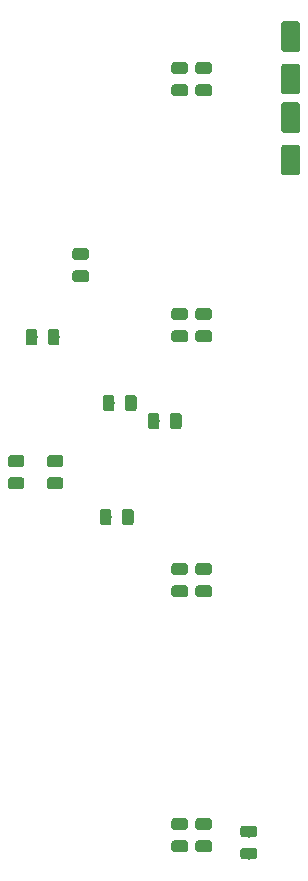
<source format=gbr>
G04 #@! TF.GenerationSoftware,KiCad,Pcbnew,(5.1.4-0-10_14)*
G04 #@! TF.CreationDate,2019-10-08T20:54:05-07:00*
G04 #@! TF.ProjectId,ADSR_Main_IO,41445352-5f4d-4616-996e-5f494f2e6b69,rev?*
G04 #@! TF.SameCoordinates,Original*
G04 #@! TF.FileFunction,Paste,Bot*
G04 #@! TF.FilePolarity,Positive*
%FSLAX46Y46*%
G04 Gerber Fmt 4.6, Leading zero omitted, Abs format (unit mm)*
G04 Created by KiCad (PCBNEW (5.1.4-0-10_14)) date 2019-10-08 20:54:05*
%MOMM*%
%LPD*%
G04 APERTURE LIST*
%ADD10C,0.100000*%
%ADD11C,0.975000*%
%ADD12C,1.600000*%
G04 APERTURE END LIST*
D10*
G36*
X82014142Y-71063174D02*
G01*
X82037803Y-71066684D01*
X82061007Y-71072496D01*
X82083529Y-71080554D01*
X82105153Y-71090782D01*
X82125670Y-71103079D01*
X82144883Y-71117329D01*
X82162607Y-71133393D01*
X82178671Y-71151117D01*
X82192921Y-71170330D01*
X82205218Y-71190847D01*
X82215446Y-71212471D01*
X82223504Y-71234993D01*
X82229316Y-71258197D01*
X82232826Y-71281858D01*
X82234000Y-71305750D01*
X82234000Y-71793250D01*
X82232826Y-71817142D01*
X82229316Y-71840803D01*
X82223504Y-71864007D01*
X82215446Y-71886529D01*
X82205218Y-71908153D01*
X82192921Y-71928670D01*
X82178671Y-71947883D01*
X82162607Y-71965607D01*
X82144883Y-71981671D01*
X82125670Y-71995921D01*
X82105153Y-72008218D01*
X82083529Y-72018446D01*
X82061007Y-72026504D01*
X82037803Y-72032316D01*
X82014142Y-72035826D01*
X81990250Y-72037000D01*
X81077750Y-72037000D01*
X81053858Y-72035826D01*
X81030197Y-72032316D01*
X81006993Y-72026504D01*
X80984471Y-72018446D01*
X80962847Y-72008218D01*
X80942330Y-71995921D01*
X80923117Y-71981671D01*
X80905393Y-71965607D01*
X80889329Y-71947883D01*
X80875079Y-71928670D01*
X80862782Y-71908153D01*
X80852554Y-71886529D01*
X80844496Y-71864007D01*
X80838684Y-71840803D01*
X80835174Y-71817142D01*
X80834000Y-71793250D01*
X80834000Y-71305750D01*
X80835174Y-71281858D01*
X80838684Y-71258197D01*
X80844496Y-71234993D01*
X80852554Y-71212471D01*
X80862782Y-71190847D01*
X80875079Y-71170330D01*
X80889329Y-71151117D01*
X80905393Y-71133393D01*
X80923117Y-71117329D01*
X80942330Y-71103079D01*
X80962847Y-71090782D01*
X80984471Y-71080554D01*
X81006993Y-71072496D01*
X81030197Y-71066684D01*
X81053858Y-71063174D01*
X81077750Y-71062000D01*
X81990250Y-71062000D01*
X82014142Y-71063174D01*
X82014142Y-71063174D01*
G37*
D11*
X81534000Y-71549500D03*
D10*
G36*
X82014142Y-69188174D02*
G01*
X82037803Y-69191684D01*
X82061007Y-69197496D01*
X82083529Y-69205554D01*
X82105153Y-69215782D01*
X82125670Y-69228079D01*
X82144883Y-69242329D01*
X82162607Y-69258393D01*
X82178671Y-69276117D01*
X82192921Y-69295330D01*
X82205218Y-69315847D01*
X82215446Y-69337471D01*
X82223504Y-69359993D01*
X82229316Y-69383197D01*
X82232826Y-69406858D01*
X82234000Y-69430750D01*
X82234000Y-69918250D01*
X82232826Y-69942142D01*
X82229316Y-69965803D01*
X82223504Y-69989007D01*
X82215446Y-70011529D01*
X82205218Y-70033153D01*
X82192921Y-70053670D01*
X82178671Y-70072883D01*
X82162607Y-70090607D01*
X82144883Y-70106671D01*
X82125670Y-70120921D01*
X82105153Y-70133218D01*
X82083529Y-70143446D01*
X82061007Y-70151504D01*
X82037803Y-70157316D01*
X82014142Y-70160826D01*
X81990250Y-70162000D01*
X81077750Y-70162000D01*
X81053858Y-70160826D01*
X81030197Y-70157316D01*
X81006993Y-70151504D01*
X80984471Y-70143446D01*
X80962847Y-70133218D01*
X80942330Y-70120921D01*
X80923117Y-70106671D01*
X80905393Y-70090607D01*
X80889329Y-70072883D01*
X80875079Y-70053670D01*
X80862782Y-70033153D01*
X80852554Y-70011529D01*
X80844496Y-69989007D01*
X80838684Y-69965803D01*
X80835174Y-69942142D01*
X80834000Y-69918250D01*
X80834000Y-69430750D01*
X80835174Y-69406858D01*
X80838684Y-69383197D01*
X80844496Y-69359993D01*
X80852554Y-69337471D01*
X80862782Y-69315847D01*
X80875079Y-69295330D01*
X80889329Y-69276117D01*
X80905393Y-69258393D01*
X80923117Y-69242329D01*
X80942330Y-69228079D01*
X80962847Y-69215782D01*
X80984471Y-69205554D01*
X81006993Y-69197496D01*
X81030197Y-69191684D01*
X81053858Y-69188174D01*
X81077750Y-69187000D01*
X81990250Y-69187000D01*
X82014142Y-69188174D01*
X82014142Y-69188174D01*
G37*
D11*
X81534000Y-69674500D03*
D10*
G36*
X84046142Y-69188174D02*
G01*
X84069803Y-69191684D01*
X84093007Y-69197496D01*
X84115529Y-69205554D01*
X84137153Y-69215782D01*
X84157670Y-69228079D01*
X84176883Y-69242329D01*
X84194607Y-69258393D01*
X84210671Y-69276117D01*
X84224921Y-69295330D01*
X84237218Y-69315847D01*
X84247446Y-69337471D01*
X84255504Y-69359993D01*
X84261316Y-69383197D01*
X84264826Y-69406858D01*
X84266000Y-69430750D01*
X84266000Y-69918250D01*
X84264826Y-69942142D01*
X84261316Y-69965803D01*
X84255504Y-69989007D01*
X84247446Y-70011529D01*
X84237218Y-70033153D01*
X84224921Y-70053670D01*
X84210671Y-70072883D01*
X84194607Y-70090607D01*
X84176883Y-70106671D01*
X84157670Y-70120921D01*
X84137153Y-70133218D01*
X84115529Y-70143446D01*
X84093007Y-70151504D01*
X84069803Y-70157316D01*
X84046142Y-70160826D01*
X84022250Y-70162000D01*
X83109750Y-70162000D01*
X83085858Y-70160826D01*
X83062197Y-70157316D01*
X83038993Y-70151504D01*
X83016471Y-70143446D01*
X82994847Y-70133218D01*
X82974330Y-70120921D01*
X82955117Y-70106671D01*
X82937393Y-70090607D01*
X82921329Y-70072883D01*
X82907079Y-70053670D01*
X82894782Y-70033153D01*
X82884554Y-70011529D01*
X82876496Y-69989007D01*
X82870684Y-69965803D01*
X82867174Y-69942142D01*
X82866000Y-69918250D01*
X82866000Y-69430750D01*
X82867174Y-69406858D01*
X82870684Y-69383197D01*
X82876496Y-69359993D01*
X82884554Y-69337471D01*
X82894782Y-69315847D01*
X82907079Y-69295330D01*
X82921329Y-69276117D01*
X82937393Y-69258393D01*
X82955117Y-69242329D01*
X82974330Y-69228079D01*
X82994847Y-69215782D01*
X83016471Y-69205554D01*
X83038993Y-69197496D01*
X83062197Y-69191684D01*
X83085858Y-69188174D01*
X83109750Y-69187000D01*
X84022250Y-69187000D01*
X84046142Y-69188174D01*
X84046142Y-69188174D01*
G37*
D11*
X83566000Y-69674500D03*
D10*
G36*
X84046142Y-71063174D02*
G01*
X84069803Y-71066684D01*
X84093007Y-71072496D01*
X84115529Y-71080554D01*
X84137153Y-71090782D01*
X84157670Y-71103079D01*
X84176883Y-71117329D01*
X84194607Y-71133393D01*
X84210671Y-71151117D01*
X84224921Y-71170330D01*
X84237218Y-71190847D01*
X84247446Y-71212471D01*
X84255504Y-71234993D01*
X84261316Y-71258197D01*
X84264826Y-71281858D01*
X84266000Y-71305750D01*
X84266000Y-71793250D01*
X84264826Y-71817142D01*
X84261316Y-71840803D01*
X84255504Y-71864007D01*
X84247446Y-71886529D01*
X84237218Y-71908153D01*
X84224921Y-71928670D01*
X84210671Y-71947883D01*
X84194607Y-71965607D01*
X84176883Y-71981671D01*
X84157670Y-71995921D01*
X84137153Y-72008218D01*
X84115529Y-72018446D01*
X84093007Y-72026504D01*
X84069803Y-72032316D01*
X84046142Y-72035826D01*
X84022250Y-72037000D01*
X83109750Y-72037000D01*
X83085858Y-72035826D01*
X83062197Y-72032316D01*
X83038993Y-72026504D01*
X83016471Y-72018446D01*
X82994847Y-72008218D01*
X82974330Y-71995921D01*
X82955117Y-71981671D01*
X82937393Y-71965607D01*
X82921329Y-71947883D01*
X82907079Y-71928670D01*
X82894782Y-71908153D01*
X82884554Y-71886529D01*
X82876496Y-71864007D01*
X82870684Y-71840803D01*
X82867174Y-71817142D01*
X82866000Y-71793250D01*
X82866000Y-71305750D01*
X82867174Y-71281858D01*
X82870684Y-71258197D01*
X82876496Y-71234993D01*
X82884554Y-71212471D01*
X82894782Y-71190847D01*
X82907079Y-71170330D01*
X82921329Y-71151117D01*
X82937393Y-71133393D01*
X82955117Y-71117329D01*
X82974330Y-71103079D01*
X82994847Y-71090782D01*
X83016471Y-71080554D01*
X83038993Y-71072496D01*
X83062197Y-71066684D01*
X83085858Y-71063174D01*
X83109750Y-71062000D01*
X84022250Y-71062000D01*
X84046142Y-71063174D01*
X84046142Y-71063174D01*
G37*
D11*
X83566000Y-71549500D03*
D10*
G36*
X82014142Y-91891174D02*
G01*
X82037803Y-91894684D01*
X82061007Y-91900496D01*
X82083529Y-91908554D01*
X82105153Y-91918782D01*
X82125670Y-91931079D01*
X82144883Y-91945329D01*
X82162607Y-91961393D01*
X82178671Y-91979117D01*
X82192921Y-91998330D01*
X82205218Y-92018847D01*
X82215446Y-92040471D01*
X82223504Y-92062993D01*
X82229316Y-92086197D01*
X82232826Y-92109858D01*
X82234000Y-92133750D01*
X82234000Y-92621250D01*
X82232826Y-92645142D01*
X82229316Y-92668803D01*
X82223504Y-92692007D01*
X82215446Y-92714529D01*
X82205218Y-92736153D01*
X82192921Y-92756670D01*
X82178671Y-92775883D01*
X82162607Y-92793607D01*
X82144883Y-92809671D01*
X82125670Y-92823921D01*
X82105153Y-92836218D01*
X82083529Y-92846446D01*
X82061007Y-92854504D01*
X82037803Y-92860316D01*
X82014142Y-92863826D01*
X81990250Y-92865000D01*
X81077750Y-92865000D01*
X81053858Y-92863826D01*
X81030197Y-92860316D01*
X81006993Y-92854504D01*
X80984471Y-92846446D01*
X80962847Y-92836218D01*
X80942330Y-92823921D01*
X80923117Y-92809671D01*
X80905393Y-92793607D01*
X80889329Y-92775883D01*
X80875079Y-92756670D01*
X80862782Y-92736153D01*
X80852554Y-92714529D01*
X80844496Y-92692007D01*
X80838684Y-92668803D01*
X80835174Y-92645142D01*
X80834000Y-92621250D01*
X80834000Y-92133750D01*
X80835174Y-92109858D01*
X80838684Y-92086197D01*
X80844496Y-92062993D01*
X80852554Y-92040471D01*
X80862782Y-92018847D01*
X80875079Y-91998330D01*
X80889329Y-91979117D01*
X80905393Y-91961393D01*
X80923117Y-91945329D01*
X80942330Y-91931079D01*
X80962847Y-91918782D01*
X80984471Y-91908554D01*
X81006993Y-91900496D01*
X81030197Y-91894684D01*
X81053858Y-91891174D01*
X81077750Y-91890000D01*
X81990250Y-91890000D01*
X82014142Y-91891174D01*
X82014142Y-91891174D01*
G37*
D11*
X81534000Y-92377500D03*
D10*
G36*
X82014142Y-90016174D02*
G01*
X82037803Y-90019684D01*
X82061007Y-90025496D01*
X82083529Y-90033554D01*
X82105153Y-90043782D01*
X82125670Y-90056079D01*
X82144883Y-90070329D01*
X82162607Y-90086393D01*
X82178671Y-90104117D01*
X82192921Y-90123330D01*
X82205218Y-90143847D01*
X82215446Y-90165471D01*
X82223504Y-90187993D01*
X82229316Y-90211197D01*
X82232826Y-90234858D01*
X82234000Y-90258750D01*
X82234000Y-90746250D01*
X82232826Y-90770142D01*
X82229316Y-90793803D01*
X82223504Y-90817007D01*
X82215446Y-90839529D01*
X82205218Y-90861153D01*
X82192921Y-90881670D01*
X82178671Y-90900883D01*
X82162607Y-90918607D01*
X82144883Y-90934671D01*
X82125670Y-90948921D01*
X82105153Y-90961218D01*
X82083529Y-90971446D01*
X82061007Y-90979504D01*
X82037803Y-90985316D01*
X82014142Y-90988826D01*
X81990250Y-90990000D01*
X81077750Y-90990000D01*
X81053858Y-90988826D01*
X81030197Y-90985316D01*
X81006993Y-90979504D01*
X80984471Y-90971446D01*
X80962847Y-90961218D01*
X80942330Y-90948921D01*
X80923117Y-90934671D01*
X80905393Y-90918607D01*
X80889329Y-90900883D01*
X80875079Y-90881670D01*
X80862782Y-90861153D01*
X80852554Y-90839529D01*
X80844496Y-90817007D01*
X80838684Y-90793803D01*
X80835174Y-90770142D01*
X80834000Y-90746250D01*
X80834000Y-90258750D01*
X80835174Y-90234858D01*
X80838684Y-90211197D01*
X80844496Y-90187993D01*
X80852554Y-90165471D01*
X80862782Y-90143847D01*
X80875079Y-90123330D01*
X80889329Y-90104117D01*
X80905393Y-90086393D01*
X80923117Y-90070329D01*
X80942330Y-90056079D01*
X80962847Y-90043782D01*
X80984471Y-90033554D01*
X81006993Y-90025496D01*
X81030197Y-90019684D01*
X81053858Y-90016174D01*
X81077750Y-90015000D01*
X81990250Y-90015000D01*
X82014142Y-90016174D01*
X82014142Y-90016174D01*
G37*
D11*
X81534000Y-90502500D03*
D10*
G36*
X84046142Y-90016174D02*
G01*
X84069803Y-90019684D01*
X84093007Y-90025496D01*
X84115529Y-90033554D01*
X84137153Y-90043782D01*
X84157670Y-90056079D01*
X84176883Y-90070329D01*
X84194607Y-90086393D01*
X84210671Y-90104117D01*
X84224921Y-90123330D01*
X84237218Y-90143847D01*
X84247446Y-90165471D01*
X84255504Y-90187993D01*
X84261316Y-90211197D01*
X84264826Y-90234858D01*
X84266000Y-90258750D01*
X84266000Y-90746250D01*
X84264826Y-90770142D01*
X84261316Y-90793803D01*
X84255504Y-90817007D01*
X84247446Y-90839529D01*
X84237218Y-90861153D01*
X84224921Y-90881670D01*
X84210671Y-90900883D01*
X84194607Y-90918607D01*
X84176883Y-90934671D01*
X84157670Y-90948921D01*
X84137153Y-90961218D01*
X84115529Y-90971446D01*
X84093007Y-90979504D01*
X84069803Y-90985316D01*
X84046142Y-90988826D01*
X84022250Y-90990000D01*
X83109750Y-90990000D01*
X83085858Y-90988826D01*
X83062197Y-90985316D01*
X83038993Y-90979504D01*
X83016471Y-90971446D01*
X82994847Y-90961218D01*
X82974330Y-90948921D01*
X82955117Y-90934671D01*
X82937393Y-90918607D01*
X82921329Y-90900883D01*
X82907079Y-90881670D01*
X82894782Y-90861153D01*
X82884554Y-90839529D01*
X82876496Y-90817007D01*
X82870684Y-90793803D01*
X82867174Y-90770142D01*
X82866000Y-90746250D01*
X82866000Y-90258750D01*
X82867174Y-90234858D01*
X82870684Y-90211197D01*
X82876496Y-90187993D01*
X82884554Y-90165471D01*
X82894782Y-90143847D01*
X82907079Y-90123330D01*
X82921329Y-90104117D01*
X82937393Y-90086393D01*
X82955117Y-90070329D01*
X82974330Y-90056079D01*
X82994847Y-90043782D01*
X83016471Y-90033554D01*
X83038993Y-90025496D01*
X83062197Y-90019684D01*
X83085858Y-90016174D01*
X83109750Y-90015000D01*
X84022250Y-90015000D01*
X84046142Y-90016174D01*
X84046142Y-90016174D01*
G37*
D11*
X83566000Y-90502500D03*
D10*
G36*
X84046142Y-91891174D02*
G01*
X84069803Y-91894684D01*
X84093007Y-91900496D01*
X84115529Y-91908554D01*
X84137153Y-91918782D01*
X84157670Y-91931079D01*
X84176883Y-91945329D01*
X84194607Y-91961393D01*
X84210671Y-91979117D01*
X84224921Y-91998330D01*
X84237218Y-92018847D01*
X84247446Y-92040471D01*
X84255504Y-92062993D01*
X84261316Y-92086197D01*
X84264826Y-92109858D01*
X84266000Y-92133750D01*
X84266000Y-92621250D01*
X84264826Y-92645142D01*
X84261316Y-92668803D01*
X84255504Y-92692007D01*
X84247446Y-92714529D01*
X84237218Y-92736153D01*
X84224921Y-92756670D01*
X84210671Y-92775883D01*
X84194607Y-92793607D01*
X84176883Y-92809671D01*
X84157670Y-92823921D01*
X84137153Y-92836218D01*
X84115529Y-92846446D01*
X84093007Y-92854504D01*
X84069803Y-92860316D01*
X84046142Y-92863826D01*
X84022250Y-92865000D01*
X83109750Y-92865000D01*
X83085858Y-92863826D01*
X83062197Y-92860316D01*
X83038993Y-92854504D01*
X83016471Y-92846446D01*
X82994847Y-92836218D01*
X82974330Y-92823921D01*
X82955117Y-92809671D01*
X82937393Y-92793607D01*
X82921329Y-92775883D01*
X82907079Y-92756670D01*
X82894782Y-92736153D01*
X82884554Y-92714529D01*
X82876496Y-92692007D01*
X82870684Y-92668803D01*
X82867174Y-92645142D01*
X82866000Y-92621250D01*
X82866000Y-92133750D01*
X82867174Y-92109858D01*
X82870684Y-92086197D01*
X82876496Y-92062993D01*
X82884554Y-92040471D01*
X82894782Y-92018847D01*
X82907079Y-91998330D01*
X82921329Y-91979117D01*
X82937393Y-91961393D01*
X82955117Y-91945329D01*
X82974330Y-91931079D01*
X82994847Y-91918782D01*
X83016471Y-91908554D01*
X83038993Y-91900496D01*
X83062197Y-91894684D01*
X83085858Y-91891174D01*
X83109750Y-91890000D01*
X84022250Y-91890000D01*
X84046142Y-91891174D01*
X84046142Y-91891174D01*
G37*
D11*
X83566000Y-92377500D03*
D10*
G36*
X82014142Y-113481174D02*
G01*
X82037803Y-113484684D01*
X82061007Y-113490496D01*
X82083529Y-113498554D01*
X82105153Y-113508782D01*
X82125670Y-113521079D01*
X82144883Y-113535329D01*
X82162607Y-113551393D01*
X82178671Y-113569117D01*
X82192921Y-113588330D01*
X82205218Y-113608847D01*
X82215446Y-113630471D01*
X82223504Y-113652993D01*
X82229316Y-113676197D01*
X82232826Y-113699858D01*
X82234000Y-113723750D01*
X82234000Y-114211250D01*
X82232826Y-114235142D01*
X82229316Y-114258803D01*
X82223504Y-114282007D01*
X82215446Y-114304529D01*
X82205218Y-114326153D01*
X82192921Y-114346670D01*
X82178671Y-114365883D01*
X82162607Y-114383607D01*
X82144883Y-114399671D01*
X82125670Y-114413921D01*
X82105153Y-114426218D01*
X82083529Y-114436446D01*
X82061007Y-114444504D01*
X82037803Y-114450316D01*
X82014142Y-114453826D01*
X81990250Y-114455000D01*
X81077750Y-114455000D01*
X81053858Y-114453826D01*
X81030197Y-114450316D01*
X81006993Y-114444504D01*
X80984471Y-114436446D01*
X80962847Y-114426218D01*
X80942330Y-114413921D01*
X80923117Y-114399671D01*
X80905393Y-114383607D01*
X80889329Y-114365883D01*
X80875079Y-114346670D01*
X80862782Y-114326153D01*
X80852554Y-114304529D01*
X80844496Y-114282007D01*
X80838684Y-114258803D01*
X80835174Y-114235142D01*
X80834000Y-114211250D01*
X80834000Y-113723750D01*
X80835174Y-113699858D01*
X80838684Y-113676197D01*
X80844496Y-113652993D01*
X80852554Y-113630471D01*
X80862782Y-113608847D01*
X80875079Y-113588330D01*
X80889329Y-113569117D01*
X80905393Y-113551393D01*
X80923117Y-113535329D01*
X80942330Y-113521079D01*
X80962847Y-113508782D01*
X80984471Y-113498554D01*
X81006993Y-113490496D01*
X81030197Y-113484684D01*
X81053858Y-113481174D01*
X81077750Y-113480000D01*
X81990250Y-113480000D01*
X82014142Y-113481174D01*
X82014142Y-113481174D01*
G37*
D11*
X81534000Y-113967500D03*
D10*
G36*
X82014142Y-111606174D02*
G01*
X82037803Y-111609684D01*
X82061007Y-111615496D01*
X82083529Y-111623554D01*
X82105153Y-111633782D01*
X82125670Y-111646079D01*
X82144883Y-111660329D01*
X82162607Y-111676393D01*
X82178671Y-111694117D01*
X82192921Y-111713330D01*
X82205218Y-111733847D01*
X82215446Y-111755471D01*
X82223504Y-111777993D01*
X82229316Y-111801197D01*
X82232826Y-111824858D01*
X82234000Y-111848750D01*
X82234000Y-112336250D01*
X82232826Y-112360142D01*
X82229316Y-112383803D01*
X82223504Y-112407007D01*
X82215446Y-112429529D01*
X82205218Y-112451153D01*
X82192921Y-112471670D01*
X82178671Y-112490883D01*
X82162607Y-112508607D01*
X82144883Y-112524671D01*
X82125670Y-112538921D01*
X82105153Y-112551218D01*
X82083529Y-112561446D01*
X82061007Y-112569504D01*
X82037803Y-112575316D01*
X82014142Y-112578826D01*
X81990250Y-112580000D01*
X81077750Y-112580000D01*
X81053858Y-112578826D01*
X81030197Y-112575316D01*
X81006993Y-112569504D01*
X80984471Y-112561446D01*
X80962847Y-112551218D01*
X80942330Y-112538921D01*
X80923117Y-112524671D01*
X80905393Y-112508607D01*
X80889329Y-112490883D01*
X80875079Y-112471670D01*
X80862782Y-112451153D01*
X80852554Y-112429529D01*
X80844496Y-112407007D01*
X80838684Y-112383803D01*
X80835174Y-112360142D01*
X80834000Y-112336250D01*
X80834000Y-111848750D01*
X80835174Y-111824858D01*
X80838684Y-111801197D01*
X80844496Y-111777993D01*
X80852554Y-111755471D01*
X80862782Y-111733847D01*
X80875079Y-111713330D01*
X80889329Y-111694117D01*
X80905393Y-111676393D01*
X80923117Y-111660329D01*
X80942330Y-111646079D01*
X80962847Y-111633782D01*
X80984471Y-111623554D01*
X81006993Y-111615496D01*
X81030197Y-111609684D01*
X81053858Y-111606174D01*
X81077750Y-111605000D01*
X81990250Y-111605000D01*
X82014142Y-111606174D01*
X82014142Y-111606174D01*
G37*
D11*
X81534000Y-112092500D03*
D10*
G36*
X84046142Y-111606174D02*
G01*
X84069803Y-111609684D01*
X84093007Y-111615496D01*
X84115529Y-111623554D01*
X84137153Y-111633782D01*
X84157670Y-111646079D01*
X84176883Y-111660329D01*
X84194607Y-111676393D01*
X84210671Y-111694117D01*
X84224921Y-111713330D01*
X84237218Y-111733847D01*
X84247446Y-111755471D01*
X84255504Y-111777993D01*
X84261316Y-111801197D01*
X84264826Y-111824858D01*
X84266000Y-111848750D01*
X84266000Y-112336250D01*
X84264826Y-112360142D01*
X84261316Y-112383803D01*
X84255504Y-112407007D01*
X84247446Y-112429529D01*
X84237218Y-112451153D01*
X84224921Y-112471670D01*
X84210671Y-112490883D01*
X84194607Y-112508607D01*
X84176883Y-112524671D01*
X84157670Y-112538921D01*
X84137153Y-112551218D01*
X84115529Y-112561446D01*
X84093007Y-112569504D01*
X84069803Y-112575316D01*
X84046142Y-112578826D01*
X84022250Y-112580000D01*
X83109750Y-112580000D01*
X83085858Y-112578826D01*
X83062197Y-112575316D01*
X83038993Y-112569504D01*
X83016471Y-112561446D01*
X82994847Y-112551218D01*
X82974330Y-112538921D01*
X82955117Y-112524671D01*
X82937393Y-112508607D01*
X82921329Y-112490883D01*
X82907079Y-112471670D01*
X82894782Y-112451153D01*
X82884554Y-112429529D01*
X82876496Y-112407007D01*
X82870684Y-112383803D01*
X82867174Y-112360142D01*
X82866000Y-112336250D01*
X82866000Y-111848750D01*
X82867174Y-111824858D01*
X82870684Y-111801197D01*
X82876496Y-111777993D01*
X82884554Y-111755471D01*
X82894782Y-111733847D01*
X82907079Y-111713330D01*
X82921329Y-111694117D01*
X82937393Y-111676393D01*
X82955117Y-111660329D01*
X82974330Y-111646079D01*
X82994847Y-111633782D01*
X83016471Y-111623554D01*
X83038993Y-111615496D01*
X83062197Y-111609684D01*
X83085858Y-111606174D01*
X83109750Y-111605000D01*
X84022250Y-111605000D01*
X84046142Y-111606174D01*
X84046142Y-111606174D01*
G37*
D11*
X83566000Y-112092500D03*
D10*
G36*
X84046142Y-113481174D02*
G01*
X84069803Y-113484684D01*
X84093007Y-113490496D01*
X84115529Y-113498554D01*
X84137153Y-113508782D01*
X84157670Y-113521079D01*
X84176883Y-113535329D01*
X84194607Y-113551393D01*
X84210671Y-113569117D01*
X84224921Y-113588330D01*
X84237218Y-113608847D01*
X84247446Y-113630471D01*
X84255504Y-113652993D01*
X84261316Y-113676197D01*
X84264826Y-113699858D01*
X84266000Y-113723750D01*
X84266000Y-114211250D01*
X84264826Y-114235142D01*
X84261316Y-114258803D01*
X84255504Y-114282007D01*
X84247446Y-114304529D01*
X84237218Y-114326153D01*
X84224921Y-114346670D01*
X84210671Y-114365883D01*
X84194607Y-114383607D01*
X84176883Y-114399671D01*
X84157670Y-114413921D01*
X84137153Y-114426218D01*
X84115529Y-114436446D01*
X84093007Y-114444504D01*
X84069803Y-114450316D01*
X84046142Y-114453826D01*
X84022250Y-114455000D01*
X83109750Y-114455000D01*
X83085858Y-114453826D01*
X83062197Y-114450316D01*
X83038993Y-114444504D01*
X83016471Y-114436446D01*
X82994847Y-114426218D01*
X82974330Y-114413921D01*
X82955117Y-114399671D01*
X82937393Y-114383607D01*
X82921329Y-114365883D01*
X82907079Y-114346670D01*
X82894782Y-114326153D01*
X82884554Y-114304529D01*
X82876496Y-114282007D01*
X82870684Y-114258803D01*
X82867174Y-114235142D01*
X82866000Y-114211250D01*
X82866000Y-113723750D01*
X82867174Y-113699858D01*
X82870684Y-113676197D01*
X82876496Y-113652993D01*
X82884554Y-113630471D01*
X82894782Y-113608847D01*
X82907079Y-113588330D01*
X82921329Y-113569117D01*
X82937393Y-113551393D01*
X82955117Y-113535329D01*
X82974330Y-113521079D01*
X82994847Y-113508782D01*
X83016471Y-113498554D01*
X83038993Y-113490496D01*
X83062197Y-113484684D01*
X83085858Y-113481174D01*
X83109750Y-113480000D01*
X84022250Y-113480000D01*
X84046142Y-113481174D01*
X84046142Y-113481174D01*
G37*
D11*
X83566000Y-113967500D03*
D10*
G36*
X82014142Y-135071174D02*
G01*
X82037803Y-135074684D01*
X82061007Y-135080496D01*
X82083529Y-135088554D01*
X82105153Y-135098782D01*
X82125670Y-135111079D01*
X82144883Y-135125329D01*
X82162607Y-135141393D01*
X82178671Y-135159117D01*
X82192921Y-135178330D01*
X82205218Y-135198847D01*
X82215446Y-135220471D01*
X82223504Y-135242993D01*
X82229316Y-135266197D01*
X82232826Y-135289858D01*
X82234000Y-135313750D01*
X82234000Y-135801250D01*
X82232826Y-135825142D01*
X82229316Y-135848803D01*
X82223504Y-135872007D01*
X82215446Y-135894529D01*
X82205218Y-135916153D01*
X82192921Y-135936670D01*
X82178671Y-135955883D01*
X82162607Y-135973607D01*
X82144883Y-135989671D01*
X82125670Y-136003921D01*
X82105153Y-136016218D01*
X82083529Y-136026446D01*
X82061007Y-136034504D01*
X82037803Y-136040316D01*
X82014142Y-136043826D01*
X81990250Y-136045000D01*
X81077750Y-136045000D01*
X81053858Y-136043826D01*
X81030197Y-136040316D01*
X81006993Y-136034504D01*
X80984471Y-136026446D01*
X80962847Y-136016218D01*
X80942330Y-136003921D01*
X80923117Y-135989671D01*
X80905393Y-135973607D01*
X80889329Y-135955883D01*
X80875079Y-135936670D01*
X80862782Y-135916153D01*
X80852554Y-135894529D01*
X80844496Y-135872007D01*
X80838684Y-135848803D01*
X80835174Y-135825142D01*
X80834000Y-135801250D01*
X80834000Y-135313750D01*
X80835174Y-135289858D01*
X80838684Y-135266197D01*
X80844496Y-135242993D01*
X80852554Y-135220471D01*
X80862782Y-135198847D01*
X80875079Y-135178330D01*
X80889329Y-135159117D01*
X80905393Y-135141393D01*
X80923117Y-135125329D01*
X80942330Y-135111079D01*
X80962847Y-135098782D01*
X80984471Y-135088554D01*
X81006993Y-135080496D01*
X81030197Y-135074684D01*
X81053858Y-135071174D01*
X81077750Y-135070000D01*
X81990250Y-135070000D01*
X82014142Y-135071174D01*
X82014142Y-135071174D01*
G37*
D11*
X81534000Y-135557500D03*
D10*
G36*
X82014142Y-133196174D02*
G01*
X82037803Y-133199684D01*
X82061007Y-133205496D01*
X82083529Y-133213554D01*
X82105153Y-133223782D01*
X82125670Y-133236079D01*
X82144883Y-133250329D01*
X82162607Y-133266393D01*
X82178671Y-133284117D01*
X82192921Y-133303330D01*
X82205218Y-133323847D01*
X82215446Y-133345471D01*
X82223504Y-133367993D01*
X82229316Y-133391197D01*
X82232826Y-133414858D01*
X82234000Y-133438750D01*
X82234000Y-133926250D01*
X82232826Y-133950142D01*
X82229316Y-133973803D01*
X82223504Y-133997007D01*
X82215446Y-134019529D01*
X82205218Y-134041153D01*
X82192921Y-134061670D01*
X82178671Y-134080883D01*
X82162607Y-134098607D01*
X82144883Y-134114671D01*
X82125670Y-134128921D01*
X82105153Y-134141218D01*
X82083529Y-134151446D01*
X82061007Y-134159504D01*
X82037803Y-134165316D01*
X82014142Y-134168826D01*
X81990250Y-134170000D01*
X81077750Y-134170000D01*
X81053858Y-134168826D01*
X81030197Y-134165316D01*
X81006993Y-134159504D01*
X80984471Y-134151446D01*
X80962847Y-134141218D01*
X80942330Y-134128921D01*
X80923117Y-134114671D01*
X80905393Y-134098607D01*
X80889329Y-134080883D01*
X80875079Y-134061670D01*
X80862782Y-134041153D01*
X80852554Y-134019529D01*
X80844496Y-133997007D01*
X80838684Y-133973803D01*
X80835174Y-133950142D01*
X80834000Y-133926250D01*
X80834000Y-133438750D01*
X80835174Y-133414858D01*
X80838684Y-133391197D01*
X80844496Y-133367993D01*
X80852554Y-133345471D01*
X80862782Y-133323847D01*
X80875079Y-133303330D01*
X80889329Y-133284117D01*
X80905393Y-133266393D01*
X80923117Y-133250329D01*
X80942330Y-133236079D01*
X80962847Y-133223782D01*
X80984471Y-133213554D01*
X81006993Y-133205496D01*
X81030197Y-133199684D01*
X81053858Y-133196174D01*
X81077750Y-133195000D01*
X81990250Y-133195000D01*
X82014142Y-133196174D01*
X82014142Y-133196174D01*
G37*
D11*
X81534000Y-133682500D03*
D10*
G36*
X84046142Y-133196174D02*
G01*
X84069803Y-133199684D01*
X84093007Y-133205496D01*
X84115529Y-133213554D01*
X84137153Y-133223782D01*
X84157670Y-133236079D01*
X84176883Y-133250329D01*
X84194607Y-133266393D01*
X84210671Y-133284117D01*
X84224921Y-133303330D01*
X84237218Y-133323847D01*
X84247446Y-133345471D01*
X84255504Y-133367993D01*
X84261316Y-133391197D01*
X84264826Y-133414858D01*
X84266000Y-133438750D01*
X84266000Y-133926250D01*
X84264826Y-133950142D01*
X84261316Y-133973803D01*
X84255504Y-133997007D01*
X84247446Y-134019529D01*
X84237218Y-134041153D01*
X84224921Y-134061670D01*
X84210671Y-134080883D01*
X84194607Y-134098607D01*
X84176883Y-134114671D01*
X84157670Y-134128921D01*
X84137153Y-134141218D01*
X84115529Y-134151446D01*
X84093007Y-134159504D01*
X84069803Y-134165316D01*
X84046142Y-134168826D01*
X84022250Y-134170000D01*
X83109750Y-134170000D01*
X83085858Y-134168826D01*
X83062197Y-134165316D01*
X83038993Y-134159504D01*
X83016471Y-134151446D01*
X82994847Y-134141218D01*
X82974330Y-134128921D01*
X82955117Y-134114671D01*
X82937393Y-134098607D01*
X82921329Y-134080883D01*
X82907079Y-134061670D01*
X82894782Y-134041153D01*
X82884554Y-134019529D01*
X82876496Y-133997007D01*
X82870684Y-133973803D01*
X82867174Y-133950142D01*
X82866000Y-133926250D01*
X82866000Y-133438750D01*
X82867174Y-133414858D01*
X82870684Y-133391197D01*
X82876496Y-133367993D01*
X82884554Y-133345471D01*
X82894782Y-133323847D01*
X82907079Y-133303330D01*
X82921329Y-133284117D01*
X82937393Y-133266393D01*
X82955117Y-133250329D01*
X82974330Y-133236079D01*
X82994847Y-133223782D01*
X83016471Y-133213554D01*
X83038993Y-133205496D01*
X83062197Y-133199684D01*
X83085858Y-133196174D01*
X83109750Y-133195000D01*
X84022250Y-133195000D01*
X84046142Y-133196174D01*
X84046142Y-133196174D01*
G37*
D11*
X83566000Y-133682500D03*
D10*
G36*
X84046142Y-135071174D02*
G01*
X84069803Y-135074684D01*
X84093007Y-135080496D01*
X84115529Y-135088554D01*
X84137153Y-135098782D01*
X84157670Y-135111079D01*
X84176883Y-135125329D01*
X84194607Y-135141393D01*
X84210671Y-135159117D01*
X84224921Y-135178330D01*
X84237218Y-135198847D01*
X84247446Y-135220471D01*
X84255504Y-135242993D01*
X84261316Y-135266197D01*
X84264826Y-135289858D01*
X84266000Y-135313750D01*
X84266000Y-135801250D01*
X84264826Y-135825142D01*
X84261316Y-135848803D01*
X84255504Y-135872007D01*
X84247446Y-135894529D01*
X84237218Y-135916153D01*
X84224921Y-135936670D01*
X84210671Y-135955883D01*
X84194607Y-135973607D01*
X84176883Y-135989671D01*
X84157670Y-136003921D01*
X84137153Y-136016218D01*
X84115529Y-136026446D01*
X84093007Y-136034504D01*
X84069803Y-136040316D01*
X84046142Y-136043826D01*
X84022250Y-136045000D01*
X83109750Y-136045000D01*
X83085858Y-136043826D01*
X83062197Y-136040316D01*
X83038993Y-136034504D01*
X83016471Y-136026446D01*
X82994847Y-136016218D01*
X82974330Y-136003921D01*
X82955117Y-135989671D01*
X82937393Y-135973607D01*
X82921329Y-135955883D01*
X82907079Y-135936670D01*
X82894782Y-135916153D01*
X82884554Y-135894529D01*
X82876496Y-135872007D01*
X82870684Y-135848803D01*
X82867174Y-135825142D01*
X82866000Y-135801250D01*
X82866000Y-135313750D01*
X82867174Y-135289858D01*
X82870684Y-135266197D01*
X82876496Y-135242993D01*
X82884554Y-135220471D01*
X82894782Y-135198847D01*
X82907079Y-135178330D01*
X82921329Y-135159117D01*
X82937393Y-135141393D01*
X82955117Y-135125329D01*
X82974330Y-135111079D01*
X82994847Y-135098782D01*
X83016471Y-135088554D01*
X83038993Y-135080496D01*
X83062197Y-135074684D01*
X83085858Y-135071174D01*
X83109750Y-135070000D01*
X84022250Y-135070000D01*
X84046142Y-135071174D01*
X84046142Y-135071174D01*
G37*
D11*
X83566000Y-135557500D03*
D10*
G36*
X77659142Y-97345174D02*
G01*
X77682803Y-97348684D01*
X77706007Y-97354496D01*
X77728529Y-97362554D01*
X77750153Y-97372782D01*
X77770670Y-97385079D01*
X77789883Y-97399329D01*
X77807607Y-97415393D01*
X77823671Y-97433117D01*
X77837921Y-97452330D01*
X77850218Y-97472847D01*
X77860446Y-97494471D01*
X77868504Y-97516993D01*
X77874316Y-97540197D01*
X77877826Y-97563858D01*
X77879000Y-97587750D01*
X77879000Y-98500250D01*
X77877826Y-98524142D01*
X77874316Y-98547803D01*
X77868504Y-98571007D01*
X77860446Y-98593529D01*
X77850218Y-98615153D01*
X77837921Y-98635670D01*
X77823671Y-98654883D01*
X77807607Y-98672607D01*
X77789883Y-98688671D01*
X77770670Y-98702921D01*
X77750153Y-98715218D01*
X77728529Y-98725446D01*
X77706007Y-98733504D01*
X77682803Y-98739316D01*
X77659142Y-98742826D01*
X77635250Y-98744000D01*
X77147750Y-98744000D01*
X77123858Y-98742826D01*
X77100197Y-98739316D01*
X77076993Y-98733504D01*
X77054471Y-98725446D01*
X77032847Y-98715218D01*
X77012330Y-98702921D01*
X76993117Y-98688671D01*
X76975393Y-98672607D01*
X76959329Y-98654883D01*
X76945079Y-98635670D01*
X76932782Y-98615153D01*
X76922554Y-98593529D01*
X76914496Y-98571007D01*
X76908684Y-98547803D01*
X76905174Y-98524142D01*
X76904000Y-98500250D01*
X76904000Y-97587750D01*
X76905174Y-97563858D01*
X76908684Y-97540197D01*
X76914496Y-97516993D01*
X76922554Y-97494471D01*
X76932782Y-97472847D01*
X76945079Y-97452330D01*
X76959329Y-97433117D01*
X76975393Y-97415393D01*
X76993117Y-97399329D01*
X77012330Y-97385079D01*
X77032847Y-97372782D01*
X77054471Y-97362554D01*
X77076993Y-97354496D01*
X77100197Y-97348684D01*
X77123858Y-97345174D01*
X77147750Y-97344000D01*
X77635250Y-97344000D01*
X77659142Y-97345174D01*
X77659142Y-97345174D01*
G37*
D11*
X77391500Y-98044000D03*
D10*
G36*
X75784142Y-97345174D02*
G01*
X75807803Y-97348684D01*
X75831007Y-97354496D01*
X75853529Y-97362554D01*
X75875153Y-97372782D01*
X75895670Y-97385079D01*
X75914883Y-97399329D01*
X75932607Y-97415393D01*
X75948671Y-97433117D01*
X75962921Y-97452330D01*
X75975218Y-97472847D01*
X75985446Y-97494471D01*
X75993504Y-97516993D01*
X75999316Y-97540197D01*
X76002826Y-97563858D01*
X76004000Y-97587750D01*
X76004000Y-98500250D01*
X76002826Y-98524142D01*
X75999316Y-98547803D01*
X75993504Y-98571007D01*
X75985446Y-98593529D01*
X75975218Y-98615153D01*
X75962921Y-98635670D01*
X75948671Y-98654883D01*
X75932607Y-98672607D01*
X75914883Y-98688671D01*
X75895670Y-98702921D01*
X75875153Y-98715218D01*
X75853529Y-98725446D01*
X75831007Y-98733504D01*
X75807803Y-98739316D01*
X75784142Y-98742826D01*
X75760250Y-98744000D01*
X75272750Y-98744000D01*
X75248858Y-98742826D01*
X75225197Y-98739316D01*
X75201993Y-98733504D01*
X75179471Y-98725446D01*
X75157847Y-98715218D01*
X75137330Y-98702921D01*
X75118117Y-98688671D01*
X75100393Y-98672607D01*
X75084329Y-98654883D01*
X75070079Y-98635670D01*
X75057782Y-98615153D01*
X75047554Y-98593529D01*
X75039496Y-98571007D01*
X75033684Y-98547803D01*
X75030174Y-98524142D01*
X75029000Y-98500250D01*
X75029000Y-97587750D01*
X75030174Y-97563858D01*
X75033684Y-97540197D01*
X75039496Y-97516993D01*
X75047554Y-97494471D01*
X75057782Y-97472847D01*
X75070079Y-97452330D01*
X75084329Y-97433117D01*
X75100393Y-97415393D01*
X75118117Y-97399329D01*
X75137330Y-97385079D01*
X75157847Y-97372782D01*
X75179471Y-97362554D01*
X75201993Y-97354496D01*
X75225197Y-97348684D01*
X75248858Y-97345174D01*
X75272750Y-97344000D01*
X75760250Y-97344000D01*
X75784142Y-97345174D01*
X75784142Y-97345174D01*
G37*
D11*
X75516500Y-98044000D03*
D10*
G36*
X77405142Y-106997174D02*
G01*
X77428803Y-107000684D01*
X77452007Y-107006496D01*
X77474529Y-107014554D01*
X77496153Y-107024782D01*
X77516670Y-107037079D01*
X77535883Y-107051329D01*
X77553607Y-107067393D01*
X77569671Y-107085117D01*
X77583921Y-107104330D01*
X77596218Y-107124847D01*
X77606446Y-107146471D01*
X77614504Y-107168993D01*
X77620316Y-107192197D01*
X77623826Y-107215858D01*
X77625000Y-107239750D01*
X77625000Y-108152250D01*
X77623826Y-108176142D01*
X77620316Y-108199803D01*
X77614504Y-108223007D01*
X77606446Y-108245529D01*
X77596218Y-108267153D01*
X77583921Y-108287670D01*
X77569671Y-108306883D01*
X77553607Y-108324607D01*
X77535883Y-108340671D01*
X77516670Y-108354921D01*
X77496153Y-108367218D01*
X77474529Y-108377446D01*
X77452007Y-108385504D01*
X77428803Y-108391316D01*
X77405142Y-108394826D01*
X77381250Y-108396000D01*
X76893750Y-108396000D01*
X76869858Y-108394826D01*
X76846197Y-108391316D01*
X76822993Y-108385504D01*
X76800471Y-108377446D01*
X76778847Y-108367218D01*
X76758330Y-108354921D01*
X76739117Y-108340671D01*
X76721393Y-108324607D01*
X76705329Y-108306883D01*
X76691079Y-108287670D01*
X76678782Y-108267153D01*
X76668554Y-108245529D01*
X76660496Y-108223007D01*
X76654684Y-108199803D01*
X76651174Y-108176142D01*
X76650000Y-108152250D01*
X76650000Y-107239750D01*
X76651174Y-107215858D01*
X76654684Y-107192197D01*
X76660496Y-107168993D01*
X76668554Y-107146471D01*
X76678782Y-107124847D01*
X76691079Y-107104330D01*
X76705329Y-107085117D01*
X76721393Y-107067393D01*
X76739117Y-107051329D01*
X76758330Y-107037079D01*
X76778847Y-107024782D01*
X76800471Y-107014554D01*
X76822993Y-107006496D01*
X76846197Y-107000684D01*
X76869858Y-106997174D01*
X76893750Y-106996000D01*
X77381250Y-106996000D01*
X77405142Y-106997174D01*
X77405142Y-106997174D01*
G37*
D11*
X77137500Y-107696000D03*
D10*
G36*
X75530142Y-106997174D02*
G01*
X75553803Y-107000684D01*
X75577007Y-107006496D01*
X75599529Y-107014554D01*
X75621153Y-107024782D01*
X75641670Y-107037079D01*
X75660883Y-107051329D01*
X75678607Y-107067393D01*
X75694671Y-107085117D01*
X75708921Y-107104330D01*
X75721218Y-107124847D01*
X75731446Y-107146471D01*
X75739504Y-107168993D01*
X75745316Y-107192197D01*
X75748826Y-107215858D01*
X75750000Y-107239750D01*
X75750000Y-108152250D01*
X75748826Y-108176142D01*
X75745316Y-108199803D01*
X75739504Y-108223007D01*
X75731446Y-108245529D01*
X75721218Y-108267153D01*
X75708921Y-108287670D01*
X75694671Y-108306883D01*
X75678607Y-108324607D01*
X75660883Y-108340671D01*
X75641670Y-108354921D01*
X75621153Y-108367218D01*
X75599529Y-108377446D01*
X75577007Y-108385504D01*
X75553803Y-108391316D01*
X75530142Y-108394826D01*
X75506250Y-108396000D01*
X75018750Y-108396000D01*
X74994858Y-108394826D01*
X74971197Y-108391316D01*
X74947993Y-108385504D01*
X74925471Y-108377446D01*
X74903847Y-108367218D01*
X74883330Y-108354921D01*
X74864117Y-108340671D01*
X74846393Y-108324607D01*
X74830329Y-108306883D01*
X74816079Y-108287670D01*
X74803782Y-108267153D01*
X74793554Y-108245529D01*
X74785496Y-108223007D01*
X74779684Y-108199803D01*
X74776174Y-108176142D01*
X74775000Y-108152250D01*
X74775000Y-107239750D01*
X74776174Y-107215858D01*
X74779684Y-107192197D01*
X74785496Y-107168993D01*
X74793554Y-107146471D01*
X74803782Y-107124847D01*
X74816079Y-107104330D01*
X74830329Y-107085117D01*
X74846393Y-107067393D01*
X74864117Y-107051329D01*
X74883330Y-107037079D01*
X74903847Y-107024782D01*
X74925471Y-107014554D01*
X74947993Y-107006496D01*
X74971197Y-107000684D01*
X74994858Y-106997174D01*
X75018750Y-106996000D01*
X75506250Y-106996000D01*
X75530142Y-106997174D01*
X75530142Y-106997174D01*
G37*
D11*
X75262500Y-107696000D03*
D10*
G36*
X73632142Y-84936174D02*
G01*
X73655803Y-84939684D01*
X73679007Y-84945496D01*
X73701529Y-84953554D01*
X73723153Y-84963782D01*
X73743670Y-84976079D01*
X73762883Y-84990329D01*
X73780607Y-85006393D01*
X73796671Y-85024117D01*
X73810921Y-85043330D01*
X73823218Y-85063847D01*
X73833446Y-85085471D01*
X73841504Y-85107993D01*
X73847316Y-85131197D01*
X73850826Y-85154858D01*
X73852000Y-85178750D01*
X73852000Y-85666250D01*
X73850826Y-85690142D01*
X73847316Y-85713803D01*
X73841504Y-85737007D01*
X73833446Y-85759529D01*
X73823218Y-85781153D01*
X73810921Y-85801670D01*
X73796671Y-85820883D01*
X73780607Y-85838607D01*
X73762883Y-85854671D01*
X73743670Y-85868921D01*
X73723153Y-85881218D01*
X73701529Y-85891446D01*
X73679007Y-85899504D01*
X73655803Y-85905316D01*
X73632142Y-85908826D01*
X73608250Y-85910000D01*
X72695750Y-85910000D01*
X72671858Y-85908826D01*
X72648197Y-85905316D01*
X72624993Y-85899504D01*
X72602471Y-85891446D01*
X72580847Y-85881218D01*
X72560330Y-85868921D01*
X72541117Y-85854671D01*
X72523393Y-85838607D01*
X72507329Y-85820883D01*
X72493079Y-85801670D01*
X72480782Y-85781153D01*
X72470554Y-85759529D01*
X72462496Y-85737007D01*
X72456684Y-85713803D01*
X72453174Y-85690142D01*
X72452000Y-85666250D01*
X72452000Y-85178750D01*
X72453174Y-85154858D01*
X72456684Y-85131197D01*
X72462496Y-85107993D01*
X72470554Y-85085471D01*
X72480782Y-85063847D01*
X72493079Y-85043330D01*
X72507329Y-85024117D01*
X72523393Y-85006393D01*
X72541117Y-84990329D01*
X72560330Y-84976079D01*
X72580847Y-84963782D01*
X72602471Y-84953554D01*
X72624993Y-84945496D01*
X72648197Y-84939684D01*
X72671858Y-84936174D01*
X72695750Y-84935000D01*
X73608250Y-84935000D01*
X73632142Y-84936174D01*
X73632142Y-84936174D01*
G37*
D11*
X73152000Y-85422500D03*
D10*
G36*
X73632142Y-86811174D02*
G01*
X73655803Y-86814684D01*
X73679007Y-86820496D01*
X73701529Y-86828554D01*
X73723153Y-86838782D01*
X73743670Y-86851079D01*
X73762883Y-86865329D01*
X73780607Y-86881393D01*
X73796671Y-86899117D01*
X73810921Y-86918330D01*
X73823218Y-86938847D01*
X73833446Y-86960471D01*
X73841504Y-86982993D01*
X73847316Y-87006197D01*
X73850826Y-87029858D01*
X73852000Y-87053750D01*
X73852000Y-87541250D01*
X73850826Y-87565142D01*
X73847316Y-87588803D01*
X73841504Y-87612007D01*
X73833446Y-87634529D01*
X73823218Y-87656153D01*
X73810921Y-87676670D01*
X73796671Y-87695883D01*
X73780607Y-87713607D01*
X73762883Y-87729671D01*
X73743670Y-87743921D01*
X73723153Y-87756218D01*
X73701529Y-87766446D01*
X73679007Y-87774504D01*
X73655803Y-87780316D01*
X73632142Y-87783826D01*
X73608250Y-87785000D01*
X72695750Y-87785000D01*
X72671858Y-87783826D01*
X72648197Y-87780316D01*
X72624993Y-87774504D01*
X72602471Y-87766446D01*
X72580847Y-87756218D01*
X72560330Y-87743921D01*
X72541117Y-87729671D01*
X72523393Y-87713607D01*
X72507329Y-87695883D01*
X72493079Y-87676670D01*
X72480782Y-87656153D01*
X72470554Y-87634529D01*
X72462496Y-87612007D01*
X72456684Y-87588803D01*
X72453174Y-87565142D01*
X72452000Y-87541250D01*
X72452000Y-87053750D01*
X72453174Y-87029858D01*
X72456684Y-87006197D01*
X72462496Y-86982993D01*
X72470554Y-86960471D01*
X72480782Y-86938847D01*
X72493079Y-86918330D01*
X72507329Y-86899117D01*
X72523393Y-86881393D01*
X72541117Y-86865329D01*
X72560330Y-86851079D01*
X72580847Y-86838782D01*
X72602471Y-86828554D01*
X72624993Y-86820496D01*
X72648197Y-86814684D01*
X72671858Y-86811174D01*
X72695750Y-86810000D01*
X73608250Y-86810000D01*
X73632142Y-86811174D01*
X73632142Y-86811174D01*
G37*
D11*
X73152000Y-87297500D03*
D10*
G36*
X91506504Y-69313204D02*
G01*
X91530773Y-69316804D01*
X91554571Y-69322765D01*
X91577671Y-69331030D01*
X91599849Y-69341520D01*
X91620893Y-69354133D01*
X91640598Y-69368747D01*
X91658777Y-69385223D01*
X91675253Y-69403402D01*
X91689867Y-69423107D01*
X91702480Y-69444151D01*
X91712970Y-69466329D01*
X91721235Y-69489429D01*
X91727196Y-69513227D01*
X91730796Y-69537496D01*
X91732000Y-69562000D01*
X91732000Y-71662000D01*
X91730796Y-71686504D01*
X91727196Y-71710773D01*
X91721235Y-71734571D01*
X91712970Y-71757671D01*
X91702480Y-71779849D01*
X91689867Y-71800893D01*
X91675253Y-71820598D01*
X91658777Y-71838777D01*
X91640598Y-71855253D01*
X91620893Y-71869867D01*
X91599849Y-71882480D01*
X91577671Y-71892970D01*
X91554571Y-71901235D01*
X91530773Y-71907196D01*
X91506504Y-71910796D01*
X91482000Y-71912000D01*
X90382000Y-71912000D01*
X90357496Y-71910796D01*
X90333227Y-71907196D01*
X90309429Y-71901235D01*
X90286329Y-71892970D01*
X90264151Y-71882480D01*
X90243107Y-71869867D01*
X90223402Y-71855253D01*
X90205223Y-71838777D01*
X90188747Y-71820598D01*
X90174133Y-71800893D01*
X90161520Y-71779849D01*
X90151030Y-71757671D01*
X90142765Y-71734571D01*
X90136804Y-71710773D01*
X90133204Y-71686504D01*
X90132000Y-71662000D01*
X90132000Y-69562000D01*
X90133204Y-69537496D01*
X90136804Y-69513227D01*
X90142765Y-69489429D01*
X90151030Y-69466329D01*
X90161520Y-69444151D01*
X90174133Y-69423107D01*
X90188747Y-69403402D01*
X90205223Y-69385223D01*
X90223402Y-69368747D01*
X90243107Y-69354133D01*
X90264151Y-69341520D01*
X90286329Y-69331030D01*
X90309429Y-69322765D01*
X90333227Y-69316804D01*
X90357496Y-69313204D01*
X90382000Y-69312000D01*
X91482000Y-69312000D01*
X91506504Y-69313204D01*
X91506504Y-69313204D01*
G37*
D12*
X90932000Y-70612000D03*
D10*
G36*
X91506504Y-65713204D02*
G01*
X91530773Y-65716804D01*
X91554571Y-65722765D01*
X91577671Y-65731030D01*
X91599849Y-65741520D01*
X91620893Y-65754133D01*
X91640598Y-65768747D01*
X91658777Y-65785223D01*
X91675253Y-65803402D01*
X91689867Y-65823107D01*
X91702480Y-65844151D01*
X91712970Y-65866329D01*
X91721235Y-65889429D01*
X91727196Y-65913227D01*
X91730796Y-65937496D01*
X91732000Y-65962000D01*
X91732000Y-68062000D01*
X91730796Y-68086504D01*
X91727196Y-68110773D01*
X91721235Y-68134571D01*
X91712970Y-68157671D01*
X91702480Y-68179849D01*
X91689867Y-68200893D01*
X91675253Y-68220598D01*
X91658777Y-68238777D01*
X91640598Y-68255253D01*
X91620893Y-68269867D01*
X91599849Y-68282480D01*
X91577671Y-68292970D01*
X91554571Y-68301235D01*
X91530773Y-68307196D01*
X91506504Y-68310796D01*
X91482000Y-68312000D01*
X90382000Y-68312000D01*
X90357496Y-68310796D01*
X90333227Y-68307196D01*
X90309429Y-68301235D01*
X90286329Y-68292970D01*
X90264151Y-68282480D01*
X90243107Y-68269867D01*
X90223402Y-68255253D01*
X90205223Y-68238777D01*
X90188747Y-68220598D01*
X90174133Y-68200893D01*
X90161520Y-68179849D01*
X90151030Y-68157671D01*
X90142765Y-68134571D01*
X90136804Y-68110773D01*
X90133204Y-68086504D01*
X90132000Y-68062000D01*
X90132000Y-65962000D01*
X90133204Y-65937496D01*
X90136804Y-65913227D01*
X90142765Y-65889429D01*
X90151030Y-65866329D01*
X90161520Y-65844151D01*
X90174133Y-65823107D01*
X90188747Y-65803402D01*
X90205223Y-65785223D01*
X90223402Y-65768747D01*
X90243107Y-65754133D01*
X90264151Y-65741520D01*
X90286329Y-65731030D01*
X90309429Y-65722765D01*
X90333227Y-65716804D01*
X90357496Y-65713204D01*
X90382000Y-65712000D01*
X91482000Y-65712000D01*
X91506504Y-65713204D01*
X91506504Y-65713204D01*
G37*
D12*
X90932000Y-67012000D03*
D10*
G36*
X91506504Y-76171204D02*
G01*
X91530773Y-76174804D01*
X91554571Y-76180765D01*
X91577671Y-76189030D01*
X91599849Y-76199520D01*
X91620893Y-76212133D01*
X91640598Y-76226747D01*
X91658777Y-76243223D01*
X91675253Y-76261402D01*
X91689867Y-76281107D01*
X91702480Y-76302151D01*
X91712970Y-76324329D01*
X91721235Y-76347429D01*
X91727196Y-76371227D01*
X91730796Y-76395496D01*
X91732000Y-76420000D01*
X91732000Y-78520000D01*
X91730796Y-78544504D01*
X91727196Y-78568773D01*
X91721235Y-78592571D01*
X91712970Y-78615671D01*
X91702480Y-78637849D01*
X91689867Y-78658893D01*
X91675253Y-78678598D01*
X91658777Y-78696777D01*
X91640598Y-78713253D01*
X91620893Y-78727867D01*
X91599849Y-78740480D01*
X91577671Y-78750970D01*
X91554571Y-78759235D01*
X91530773Y-78765196D01*
X91506504Y-78768796D01*
X91482000Y-78770000D01*
X90382000Y-78770000D01*
X90357496Y-78768796D01*
X90333227Y-78765196D01*
X90309429Y-78759235D01*
X90286329Y-78750970D01*
X90264151Y-78740480D01*
X90243107Y-78727867D01*
X90223402Y-78713253D01*
X90205223Y-78696777D01*
X90188747Y-78678598D01*
X90174133Y-78658893D01*
X90161520Y-78637849D01*
X90151030Y-78615671D01*
X90142765Y-78592571D01*
X90136804Y-78568773D01*
X90133204Y-78544504D01*
X90132000Y-78520000D01*
X90132000Y-76420000D01*
X90133204Y-76395496D01*
X90136804Y-76371227D01*
X90142765Y-76347429D01*
X90151030Y-76324329D01*
X90161520Y-76302151D01*
X90174133Y-76281107D01*
X90188747Y-76261402D01*
X90205223Y-76243223D01*
X90223402Y-76226747D01*
X90243107Y-76212133D01*
X90264151Y-76199520D01*
X90286329Y-76189030D01*
X90309429Y-76180765D01*
X90333227Y-76174804D01*
X90357496Y-76171204D01*
X90382000Y-76170000D01*
X91482000Y-76170000D01*
X91506504Y-76171204D01*
X91506504Y-76171204D01*
G37*
D12*
X90932000Y-77470000D03*
D10*
G36*
X91506504Y-72571204D02*
G01*
X91530773Y-72574804D01*
X91554571Y-72580765D01*
X91577671Y-72589030D01*
X91599849Y-72599520D01*
X91620893Y-72612133D01*
X91640598Y-72626747D01*
X91658777Y-72643223D01*
X91675253Y-72661402D01*
X91689867Y-72681107D01*
X91702480Y-72702151D01*
X91712970Y-72724329D01*
X91721235Y-72747429D01*
X91727196Y-72771227D01*
X91730796Y-72795496D01*
X91732000Y-72820000D01*
X91732000Y-74920000D01*
X91730796Y-74944504D01*
X91727196Y-74968773D01*
X91721235Y-74992571D01*
X91712970Y-75015671D01*
X91702480Y-75037849D01*
X91689867Y-75058893D01*
X91675253Y-75078598D01*
X91658777Y-75096777D01*
X91640598Y-75113253D01*
X91620893Y-75127867D01*
X91599849Y-75140480D01*
X91577671Y-75150970D01*
X91554571Y-75159235D01*
X91530773Y-75165196D01*
X91506504Y-75168796D01*
X91482000Y-75170000D01*
X90382000Y-75170000D01*
X90357496Y-75168796D01*
X90333227Y-75165196D01*
X90309429Y-75159235D01*
X90286329Y-75150970D01*
X90264151Y-75140480D01*
X90243107Y-75127867D01*
X90223402Y-75113253D01*
X90205223Y-75096777D01*
X90188747Y-75078598D01*
X90174133Y-75058893D01*
X90161520Y-75037849D01*
X90151030Y-75015671D01*
X90142765Y-74992571D01*
X90136804Y-74968773D01*
X90133204Y-74944504D01*
X90132000Y-74920000D01*
X90132000Y-72820000D01*
X90133204Y-72795496D01*
X90136804Y-72771227D01*
X90142765Y-72747429D01*
X90151030Y-72724329D01*
X90161520Y-72702151D01*
X90174133Y-72681107D01*
X90188747Y-72661402D01*
X90205223Y-72643223D01*
X90223402Y-72626747D01*
X90243107Y-72612133D01*
X90264151Y-72599520D01*
X90286329Y-72589030D01*
X90309429Y-72580765D01*
X90333227Y-72574804D01*
X90357496Y-72571204D01*
X90382000Y-72570000D01*
X91482000Y-72570000D01*
X91506504Y-72571204D01*
X91506504Y-72571204D01*
G37*
D12*
X90932000Y-73870000D03*
D10*
G36*
X71133642Y-91757174D02*
G01*
X71157303Y-91760684D01*
X71180507Y-91766496D01*
X71203029Y-91774554D01*
X71224653Y-91784782D01*
X71245170Y-91797079D01*
X71264383Y-91811329D01*
X71282107Y-91827393D01*
X71298171Y-91845117D01*
X71312421Y-91864330D01*
X71324718Y-91884847D01*
X71334946Y-91906471D01*
X71343004Y-91928993D01*
X71348816Y-91952197D01*
X71352326Y-91975858D01*
X71353500Y-91999750D01*
X71353500Y-92912250D01*
X71352326Y-92936142D01*
X71348816Y-92959803D01*
X71343004Y-92983007D01*
X71334946Y-93005529D01*
X71324718Y-93027153D01*
X71312421Y-93047670D01*
X71298171Y-93066883D01*
X71282107Y-93084607D01*
X71264383Y-93100671D01*
X71245170Y-93114921D01*
X71224653Y-93127218D01*
X71203029Y-93137446D01*
X71180507Y-93145504D01*
X71157303Y-93151316D01*
X71133642Y-93154826D01*
X71109750Y-93156000D01*
X70622250Y-93156000D01*
X70598358Y-93154826D01*
X70574697Y-93151316D01*
X70551493Y-93145504D01*
X70528971Y-93137446D01*
X70507347Y-93127218D01*
X70486830Y-93114921D01*
X70467617Y-93100671D01*
X70449893Y-93084607D01*
X70433829Y-93066883D01*
X70419579Y-93047670D01*
X70407282Y-93027153D01*
X70397054Y-93005529D01*
X70388996Y-92983007D01*
X70383184Y-92959803D01*
X70379674Y-92936142D01*
X70378500Y-92912250D01*
X70378500Y-91999750D01*
X70379674Y-91975858D01*
X70383184Y-91952197D01*
X70388996Y-91928993D01*
X70397054Y-91906471D01*
X70407282Y-91884847D01*
X70419579Y-91864330D01*
X70433829Y-91845117D01*
X70449893Y-91827393D01*
X70467617Y-91811329D01*
X70486830Y-91797079D01*
X70507347Y-91784782D01*
X70528971Y-91774554D01*
X70551493Y-91766496D01*
X70574697Y-91760684D01*
X70598358Y-91757174D01*
X70622250Y-91756000D01*
X71109750Y-91756000D01*
X71133642Y-91757174D01*
X71133642Y-91757174D01*
G37*
D11*
X70866000Y-92456000D03*
D10*
G36*
X69258642Y-91757174D02*
G01*
X69282303Y-91760684D01*
X69305507Y-91766496D01*
X69328029Y-91774554D01*
X69349653Y-91784782D01*
X69370170Y-91797079D01*
X69389383Y-91811329D01*
X69407107Y-91827393D01*
X69423171Y-91845117D01*
X69437421Y-91864330D01*
X69449718Y-91884847D01*
X69459946Y-91906471D01*
X69468004Y-91928993D01*
X69473816Y-91952197D01*
X69477326Y-91975858D01*
X69478500Y-91999750D01*
X69478500Y-92912250D01*
X69477326Y-92936142D01*
X69473816Y-92959803D01*
X69468004Y-92983007D01*
X69459946Y-93005529D01*
X69449718Y-93027153D01*
X69437421Y-93047670D01*
X69423171Y-93066883D01*
X69407107Y-93084607D01*
X69389383Y-93100671D01*
X69370170Y-93114921D01*
X69349653Y-93127218D01*
X69328029Y-93137446D01*
X69305507Y-93145504D01*
X69282303Y-93151316D01*
X69258642Y-93154826D01*
X69234750Y-93156000D01*
X68747250Y-93156000D01*
X68723358Y-93154826D01*
X68699697Y-93151316D01*
X68676493Y-93145504D01*
X68653971Y-93137446D01*
X68632347Y-93127218D01*
X68611830Y-93114921D01*
X68592617Y-93100671D01*
X68574893Y-93084607D01*
X68558829Y-93066883D01*
X68544579Y-93047670D01*
X68532282Y-93027153D01*
X68522054Y-93005529D01*
X68513996Y-92983007D01*
X68508184Y-92959803D01*
X68504674Y-92936142D01*
X68503500Y-92912250D01*
X68503500Y-91999750D01*
X68504674Y-91975858D01*
X68508184Y-91952197D01*
X68513996Y-91928993D01*
X68522054Y-91906471D01*
X68532282Y-91884847D01*
X68544579Y-91864330D01*
X68558829Y-91845117D01*
X68574893Y-91827393D01*
X68592617Y-91811329D01*
X68611830Y-91797079D01*
X68632347Y-91784782D01*
X68653971Y-91774554D01*
X68676493Y-91766496D01*
X68699697Y-91760684D01*
X68723358Y-91757174D01*
X68747250Y-91756000D01*
X69234750Y-91756000D01*
X69258642Y-91757174D01*
X69258642Y-91757174D01*
G37*
D11*
X68991000Y-92456000D03*
D10*
G36*
X81469142Y-98869174D02*
G01*
X81492803Y-98872684D01*
X81516007Y-98878496D01*
X81538529Y-98886554D01*
X81560153Y-98896782D01*
X81580670Y-98909079D01*
X81599883Y-98923329D01*
X81617607Y-98939393D01*
X81633671Y-98957117D01*
X81647921Y-98976330D01*
X81660218Y-98996847D01*
X81670446Y-99018471D01*
X81678504Y-99040993D01*
X81684316Y-99064197D01*
X81687826Y-99087858D01*
X81689000Y-99111750D01*
X81689000Y-100024250D01*
X81687826Y-100048142D01*
X81684316Y-100071803D01*
X81678504Y-100095007D01*
X81670446Y-100117529D01*
X81660218Y-100139153D01*
X81647921Y-100159670D01*
X81633671Y-100178883D01*
X81617607Y-100196607D01*
X81599883Y-100212671D01*
X81580670Y-100226921D01*
X81560153Y-100239218D01*
X81538529Y-100249446D01*
X81516007Y-100257504D01*
X81492803Y-100263316D01*
X81469142Y-100266826D01*
X81445250Y-100268000D01*
X80957750Y-100268000D01*
X80933858Y-100266826D01*
X80910197Y-100263316D01*
X80886993Y-100257504D01*
X80864471Y-100249446D01*
X80842847Y-100239218D01*
X80822330Y-100226921D01*
X80803117Y-100212671D01*
X80785393Y-100196607D01*
X80769329Y-100178883D01*
X80755079Y-100159670D01*
X80742782Y-100139153D01*
X80732554Y-100117529D01*
X80724496Y-100095007D01*
X80718684Y-100071803D01*
X80715174Y-100048142D01*
X80714000Y-100024250D01*
X80714000Y-99111750D01*
X80715174Y-99087858D01*
X80718684Y-99064197D01*
X80724496Y-99040993D01*
X80732554Y-99018471D01*
X80742782Y-98996847D01*
X80755079Y-98976330D01*
X80769329Y-98957117D01*
X80785393Y-98939393D01*
X80803117Y-98923329D01*
X80822330Y-98909079D01*
X80842847Y-98896782D01*
X80864471Y-98886554D01*
X80886993Y-98878496D01*
X80910197Y-98872684D01*
X80933858Y-98869174D01*
X80957750Y-98868000D01*
X81445250Y-98868000D01*
X81469142Y-98869174D01*
X81469142Y-98869174D01*
G37*
D11*
X81201500Y-99568000D03*
D10*
G36*
X79594142Y-98869174D02*
G01*
X79617803Y-98872684D01*
X79641007Y-98878496D01*
X79663529Y-98886554D01*
X79685153Y-98896782D01*
X79705670Y-98909079D01*
X79724883Y-98923329D01*
X79742607Y-98939393D01*
X79758671Y-98957117D01*
X79772921Y-98976330D01*
X79785218Y-98996847D01*
X79795446Y-99018471D01*
X79803504Y-99040993D01*
X79809316Y-99064197D01*
X79812826Y-99087858D01*
X79814000Y-99111750D01*
X79814000Y-100024250D01*
X79812826Y-100048142D01*
X79809316Y-100071803D01*
X79803504Y-100095007D01*
X79795446Y-100117529D01*
X79785218Y-100139153D01*
X79772921Y-100159670D01*
X79758671Y-100178883D01*
X79742607Y-100196607D01*
X79724883Y-100212671D01*
X79705670Y-100226921D01*
X79685153Y-100239218D01*
X79663529Y-100249446D01*
X79641007Y-100257504D01*
X79617803Y-100263316D01*
X79594142Y-100266826D01*
X79570250Y-100268000D01*
X79082750Y-100268000D01*
X79058858Y-100266826D01*
X79035197Y-100263316D01*
X79011993Y-100257504D01*
X78989471Y-100249446D01*
X78967847Y-100239218D01*
X78947330Y-100226921D01*
X78928117Y-100212671D01*
X78910393Y-100196607D01*
X78894329Y-100178883D01*
X78880079Y-100159670D01*
X78867782Y-100139153D01*
X78857554Y-100117529D01*
X78849496Y-100095007D01*
X78843684Y-100071803D01*
X78840174Y-100048142D01*
X78839000Y-100024250D01*
X78839000Y-99111750D01*
X78840174Y-99087858D01*
X78843684Y-99064197D01*
X78849496Y-99040993D01*
X78857554Y-99018471D01*
X78867782Y-98996847D01*
X78880079Y-98976330D01*
X78894329Y-98957117D01*
X78910393Y-98939393D01*
X78928117Y-98923329D01*
X78947330Y-98909079D01*
X78967847Y-98896782D01*
X78989471Y-98886554D01*
X79011993Y-98878496D01*
X79035197Y-98872684D01*
X79058858Y-98869174D01*
X79082750Y-98868000D01*
X79570250Y-98868000D01*
X79594142Y-98869174D01*
X79594142Y-98869174D01*
G37*
D11*
X79326500Y-99568000D03*
D10*
G36*
X87856142Y-135706174D02*
G01*
X87879803Y-135709684D01*
X87903007Y-135715496D01*
X87925529Y-135723554D01*
X87947153Y-135733782D01*
X87967670Y-135746079D01*
X87986883Y-135760329D01*
X88004607Y-135776393D01*
X88020671Y-135794117D01*
X88034921Y-135813330D01*
X88047218Y-135833847D01*
X88057446Y-135855471D01*
X88065504Y-135877993D01*
X88071316Y-135901197D01*
X88074826Y-135924858D01*
X88076000Y-135948750D01*
X88076000Y-136436250D01*
X88074826Y-136460142D01*
X88071316Y-136483803D01*
X88065504Y-136507007D01*
X88057446Y-136529529D01*
X88047218Y-136551153D01*
X88034921Y-136571670D01*
X88020671Y-136590883D01*
X88004607Y-136608607D01*
X87986883Y-136624671D01*
X87967670Y-136638921D01*
X87947153Y-136651218D01*
X87925529Y-136661446D01*
X87903007Y-136669504D01*
X87879803Y-136675316D01*
X87856142Y-136678826D01*
X87832250Y-136680000D01*
X86919750Y-136680000D01*
X86895858Y-136678826D01*
X86872197Y-136675316D01*
X86848993Y-136669504D01*
X86826471Y-136661446D01*
X86804847Y-136651218D01*
X86784330Y-136638921D01*
X86765117Y-136624671D01*
X86747393Y-136608607D01*
X86731329Y-136590883D01*
X86717079Y-136571670D01*
X86704782Y-136551153D01*
X86694554Y-136529529D01*
X86686496Y-136507007D01*
X86680684Y-136483803D01*
X86677174Y-136460142D01*
X86676000Y-136436250D01*
X86676000Y-135948750D01*
X86677174Y-135924858D01*
X86680684Y-135901197D01*
X86686496Y-135877993D01*
X86694554Y-135855471D01*
X86704782Y-135833847D01*
X86717079Y-135813330D01*
X86731329Y-135794117D01*
X86747393Y-135776393D01*
X86765117Y-135760329D01*
X86784330Y-135746079D01*
X86804847Y-135733782D01*
X86826471Y-135723554D01*
X86848993Y-135715496D01*
X86872197Y-135709684D01*
X86895858Y-135706174D01*
X86919750Y-135705000D01*
X87832250Y-135705000D01*
X87856142Y-135706174D01*
X87856142Y-135706174D01*
G37*
D11*
X87376000Y-136192500D03*
D10*
G36*
X87856142Y-133831174D02*
G01*
X87879803Y-133834684D01*
X87903007Y-133840496D01*
X87925529Y-133848554D01*
X87947153Y-133858782D01*
X87967670Y-133871079D01*
X87986883Y-133885329D01*
X88004607Y-133901393D01*
X88020671Y-133919117D01*
X88034921Y-133938330D01*
X88047218Y-133958847D01*
X88057446Y-133980471D01*
X88065504Y-134002993D01*
X88071316Y-134026197D01*
X88074826Y-134049858D01*
X88076000Y-134073750D01*
X88076000Y-134561250D01*
X88074826Y-134585142D01*
X88071316Y-134608803D01*
X88065504Y-134632007D01*
X88057446Y-134654529D01*
X88047218Y-134676153D01*
X88034921Y-134696670D01*
X88020671Y-134715883D01*
X88004607Y-134733607D01*
X87986883Y-134749671D01*
X87967670Y-134763921D01*
X87947153Y-134776218D01*
X87925529Y-134786446D01*
X87903007Y-134794504D01*
X87879803Y-134800316D01*
X87856142Y-134803826D01*
X87832250Y-134805000D01*
X86919750Y-134805000D01*
X86895858Y-134803826D01*
X86872197Y-134800316D01*
X86848993Y-134794504D01*
X86826471Y-134786446D01*
X86804847Y-134776218D01*
X86784330Y-134763921D01*
X86765117Y-134749671D01*
X86747393Y-134733607D01*
X86731329Y-134715883D01*
X86717079Y-134696670D01*
X86704782Y-134676153D01*
X86694554Y-134654529D01*
X86686496Y-134632007D01*
X86680684Y-134608803D01*
X86677174Y-134585142D01*
X86676000Y-134561250D01*
X86676000Y-134073750D01*
X86677174Y-134049858D01*
X86680684Y-134026197D01*
X86686496Y-134002993D01*
X86694554Y-133980471D01*
X86704782Y-133958847D01*
X86717079Y-133938330D01*
X86731329Y-133919117D01*
X86747393Y-133901393D01*
X86765117Y-133885329D01*
X86784330Y-133871079D01*
X86804847Y-133858782D01*
X86826471Y-133848554D01*
X86848993Y-133840496D01*
X86872197Y-133834684D01*
X86895858Y-133831174D01*
X86919750Y-133830000D01*
X87832250Y-133830000D01*
X87856142Y-133831174D01*
X87856142Y-133831174D01*
G37*
D11*
X87376000Y-134317500D03*
D10*
G36*
X71473142Y-104337174D02*
G01*
X71496803Y-104340684D01*
X71520007Y-104346496D01*
X71542529Y-104354554D01*
X71564153Y-104364782D01*
X71584670Y-104377079D01*
X71603883Y-104391329D01*
X71621607Y-104407393D01*
X71637671Y-104425117D01*
X71651921Y-104444330D01*
X71664218Y-104464847D01*
X71674446Y-104486471D01*
X71682504Y-104508993D01*
X71688316Y-104532197D01*
X71691826Y-104555858D01*
X71693000Y-104579750D01*
X71693000Y-105067250D01*
X71691826Y-105091142D01*
X71688316Y-105114803D01*
X71682504Y-105138007D01*
X71674446Y-105160529D01*
X71664218Y-105182153D01*
X71651921Y-105202670D01*
X71637671Y-105221883D01*
X71621607Y-105239607D01*
X71603883Y-105255671D01*
X71584670Y-105269921D01*
X71564153Y-105282218D01*
X71542529Y-105292446D01*
X71520007Y-105300504D01*
X71496803Y-105306316D01*
X71473142Y-105309826D01*
X71449250Y-105311000D01*
X70536750Y-105311000D01*
X70512858Y-105309826D01*
X70489197Y-105306316D01*
X70465993Y-105300504D01*
X70443471Y-105292446D01*
X70421847Y-105282218D01*
X70401330Y-105269921D01*
X70382117Y-105255671D01*
X70364393Y-105239607D01*
X70348329Y-105221883D01*
X70334079Y-105202670D01*
X70321782Y-105182153D01*
X70311554Y-105160529D01*
X70303496Y-105138007D01*
X70297684Y-105114803D01*
X70294174Y-105091142D01*
X70293000Y-105067250D01*
X70293000Y-104579750D01*
X70294174Y-104555858D01*
X70297684Y-104532197D01*
X70303496Y-104508993D01*
X70311554Y-104486471D01*
X70321782Y-104464847D01*
X70334079Y-104444330D01*
X70348329Y-104425117D01*
X70364393Y-104407393D01*
X70382117Y-104391329D01*
X70401330Y-104377079D01*
X70421847Y-104364782D01*
X70443471Y-104354554D01*
X70465993Y-104346496D01*
X70489197Y-104340684D01*
X70512858Y-104337174D01*
X70536750Y-104336000D01*
X71449250Y-104336000D01*
X71473142Y-104337174D01*
X71473142Y-104337174D01*
G37*
D11*
X70993000Y-104823500D03*
D10*
G36*
X71473142Y-102462174D02*
G01*
X71496803Y-102465684D01*
X71520007Y-102471496D01*
X71542529Y-102479554D01*
X71564153Y-102489782D01*
X71584670Y-102502079D01*
X71603883Y-102516329D01*
X71621607Y-102532393D01*
X71637671Y-102550117D01*
X71651921Y-102569330D01*
X71664218Y-102589847D01*
X71674446Y-102611471D01*
X71682504Y-102633993D01*
X71688316Y-102657197D01*
X71691826Y-102680858D01*
X71693000Y-102704750D01*
X71693000Y-103192250D01*
X71691826Y-103216142D01*
X71688316Y-103239803D01*
X71682504Y-103263007D01*
X71674446Y-103285529D01*
X71664218Y-103307153D01*
X71651921Y-103327670D01*
X71637671Y-103346883D01*
X71621607Y-103364607D01*
X71603883Y-103380671D01*
X71584670Y-103394921D01*
X71564153Y-103407218D01*
X71542529Y-103417446D01*
X71520007Y-103425504D01*
X71496803Y-103431316D01*
X71473142Y-103434826D01*
X71449250Y-103436000D01*
X70536750Y-103436000D01*
X70512858Y-103434826D01*
X70489197Y-103431316D01*
X70465993Y-103425504D01*
X70443471Y-103417446D01*
X70421847Y-103407218D01*
X70401330Y-103394921D01*
X70382117Y-103380671D01*
X70364393Y-103364607D01*
X70348329Y-103346883D01*
X70334079Y-103327670D01*
X70321782Y-103307153D01*
X70311554Y-103285529D01*
X70303496Y-103263007D01*
X70297684Y-103239803D01*
X70294174Y-103216142D01*
X70293000Y-103192250D01*
X70293000Y-102704750D01*
X70294174Y-102680858D01*
X70297684Y-102657197D01*
X70303496Y-102633993D01*
X70311554Y-102611471D01*
X70321782Y-102589847D01*
X70334079Y-102569330D01*
X70348329Y-102550117D01*
X70364393Y-102532393D01*
X70382117Y-102516329D01*
X70401330Y-102502079D01*
X70421847Y-102489782D01*
X70443471Y-102479554D01*
X70465993Y-102471496D01*
X70489197Y-102465684D01*
X70512858Y-102462174D01*
X70536750Y-102461000D01*
X71449250Y-102461000D01*
X71473142Y-102462174D01*
X71473142Y-102462174D01*
G37*
D11*
X70993000Y-102948500D03*
D10*
G36*
X68171142Y-102462174D02*
G01*
X68194803Y-102465684D01*
X68218007Y-102471496D01*
X68240529Y-102479554D01*
X68262153Y-102489782D01*
X68282670Y-102502079D01*
X68301883Y-102516329D01*
X68319607Y-102532393D01*
X68335671Y-102550117D01*
X68349921Y-102569330D01*
X68362218Y-102589847D01*
X68372446Y-102611471D01*
X68380504Y-102633993D01*
X68386316Y-102657197D01*
X68389826Y-102680858D01*
X68391000Y-102704750D01*
X68391000Y-103192250D01*
X68389826Y-103216142D01*
X68386316Y-103239803D01*
X68380504Y-103263007D01*
X68372446Y-103285529D01*
X68362218Y-103307153D01*
X68349921Y-103327670D01*
X68335671Y-103346883D01*
X68319607Y-103364607D01*
X68301883Y-103380671D01*
X68282670Y-103394921D01*
X68262153Y-103407218D01*
X68240529Y-103417446D01*
X68218007Y-103425504D01*
X68194803Y-103431316D01*
X68171142Y-103434826D01*
X68147250Y-103436000D01*
X67234750Y-103436000D01*
X67210858Y-103434826D01*
X67187197Y-103431316D01*
X67163993Y-103425504D01*
X67141471Y-103417446D01*
X67119847Y-103407218D01*
X67099330Y-103394921D01*
X67080117Y-103380671D01*
X67062393Y-103364607D01*
X67046329Y-103346883D01*
X67032079Y-103327670D01*
X67019782Y-103307153D01*
X67009554Y-103285529D01*
X67001496Y-103263007D01*
X66995684Y-103239803D01*
X66992174Y-103216142D01*
X66991000Y-103192250D01*
X66991000Y-102704750D01*
X66992174Y-102680858D01*
X66995684Y-102657197D01*
X67001496Y-102633993D01*
X67009554Y-102611471D01*
X67019782Y-102589847D01*
X67032079Y-102569330D01*
X67046329Y-102550117D01*
X67062393Y-102532393D01*
X67080117Y-102516329D01*
X67099330Y-102502079D01*
X67119847Y-102489782D01*
X67141471Y-102479554D01*
X67163993Y-102471496D01*
X67187197Y-102465684D01*
X67210858Y-102462174D01*
X67234750Y-102461000D01*
X68147250Y-102461000D01*
X68171142Y-102462174D01*
X68171142Y-102462174D01*
G37*
D11*
X67691000Y-102948500D03*
D10*
G36*
X68171142Y-104337174D02*
G01*
X68194803Y-104340684D01*
X68218007Y-104346496D01*
X68240529Y-104354554D01*
X68262153Y-104364782D01*
X68282670Y-104377079D01*
X68301883Y-104391329D01*
X68319607Y-104407393D01*
X68335671Y-104425117D01*
X68349921Y-104444330D01*
X68362218Y-104464847D01*
X68372446Y-104486471D01*
X68380504Y-104508993D01*
X68386316Y-104532197D01*
X68389826Y-104555858D01*
X68391000Y-104579750D01*
X68391000Y-105067250D01*
X68389826Y-105091142D01*
X68386316Y-105114803D01*
X68380504Y-105138007D01*
X68372446Y-105160529D01*
X68362218Y-105182153D01*
X68349921Y-105202670D01*
X68335671Y-105221883D01*
X68319607Y-105239607D01*
X68301883Y-105255671D01*
X68282670Y-105269921D01*
X68262153Y-105282218D01*
X68240529Y-105292446D01*
X68218007Y-105300504D01*
X68194803Y-105306316D01*
X68171142Y-105309826D01*
X68147250Y-105311000D01*
X67234750Y-105311000D01*
X67210858Y-105309826D01*
X67187197Y-105306316D01*
X67163993Y-105300504D01*
X67141471Y-105292446D01*
X67119847Y-105282218D01*
X67099330Y-105269921D01*
X67080117Y-105255671D01*
X67062393Y-105239607D01*
X67046329Y-105221883D01*
X67032079Y-105202670D01*
X67019782Y-105182153D01*
X67009554Y-105160529D01*
X67001496Y-105138007D01*
X66995684Y-105114803D01*
X66992174Y-105091142D01*
X66991000Y-105067250D01*
X66991000Y-104579750D01*
X66992174Y-104555858D01*
X66995684Y-104532197D01*
X67001496Y-104508993D01*
X67009554Y-104486471D01*
X67019782Y-104464847D01*
X67032079Y-104444330D01*
X67046329Y-104425117D01*
X67062393Y-104407393D01*
X67080117Y-104391329D01*
X67099330Y-104377079D01*
X67119847Y-104364782D01*
X67141471Y-104354554D01*
X67163993Y-104346496D01*
X67187197Y-104340684D01*
X67210858Y-104337174D01*
X67234750Y-104336000D01*
X68147250Y-104336000D01*
X68171142Y-104337174D01*
X68171142Y-104337174D01*
G37*
D11*
X67691000Y-104823500D03*
M02*

</source>
